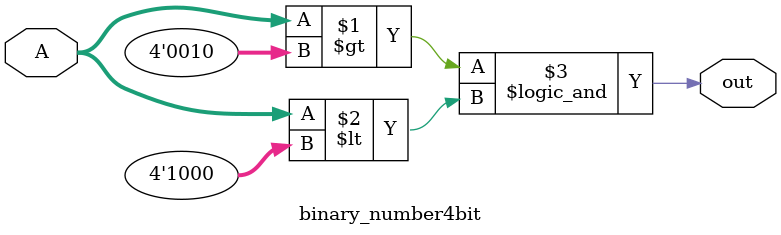
<source format=v>


module binary_number4bit(A,out);
    input [3:0] A;

    output out;

    //using logical and (&&) to get the output result, 
    //if the condition is true, the out is evaluted to one(high). 
    assign out = (A > 4'b0010) && (A < 4'b1000); 

endmodule
</source>
